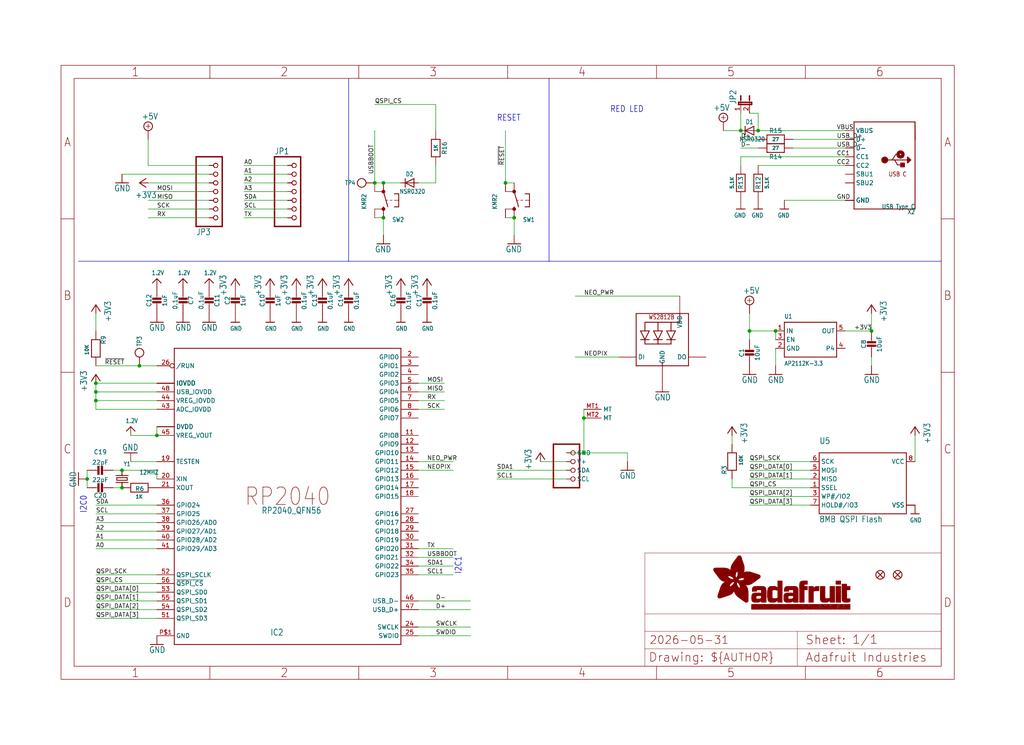
<source format=kicad_sch>
(kicad_sch (version 20230121) (generator eeschema)
  (paper "User" 298.45 217.322)
  (lib_symbols
    (symbol "Adafruit QT Py RP2040-eagle-import:+3V3" (power)
      (property "Value" "+3V3" (at -2.54 -5.08 90))
      (symbol "+3V3_1_0"
        (pin power_in line (at 0 -2.54 90) (length 2.54) (name "+3V3") (number "1"))
      )
    )
    (symbol "Adafruit QT Py RP2040-eagle-import:+5V" (power)
      (property "Value" "+5V" (at -1.905 3.175 0))
      (symbol "+5V_1_0"
        (pin power_in line (at 0 -2.54 90) (length 2.54) (name "+5V") (number "1"))
      )
    )
    (symbol "Adafruit QT Py RP2040-eagle-import:1.2V" (power)
      (property "Value" "1.2V" (at -1.524 1.016 0))
      (symbol "1.2V_1_0"
        (pin power_in line (at 0 -2.54 90) (length 2.54) (name "1.2V") (number "1"))
      )
    )
    (symbol "Adafruit QT Py RP2040-eagle-import:CAP_CERAMIC0603_NO"
      (property "Reference" "C" (at -2.29 1.25 90))
      (symbol "CAP_CERAMIC0603_NO_1_0"
        (pin passive line (at 0 5.08 270) (length 2.54) (name "1") (number "1"))
        (pin passive line (at 0 -2.54 90) (length 2.54) (name "2") (number "2"))
      )
    )
    (symbol "Adafruit QT Py RP2040-eagle-import:CAP_CERAMIC0805-NOOUTLINE"
      (property "Reference" "C" (at -2.29 1.25 90))
      (symbol "CAP_CERAMIC0805-NOOUTLINE_1_0"
        (pin passive line (at 0 5.08 270) (length 2.54) (name "1") (number "1"))
        (pin passive line (at 0 -2.54 90) (length 2.54) (name "2") (number "2"))
      )
    )
    (symbol "Adafruit QT Py RP2040-eagle-import:CAP_CERAMIC_0402NO"
      (property "Reference" "C" (at -2.29 1.25 90))
      (symbol "CAP_CERAMIC_0402NO_1_0"
        (pin passive line (at 0 5.08 270) (length 2.54) (name "1") (number "1"))
        (pin passive line (at 0 -2.54 90) (length 2.54) (name "2") (number "2"))
      )
    )
    (symbol "Adafruit QT Py RP2040-eagle-import:CRYSTAL2.5X2.0"
      (property "Reference" "Y" (at -2.54 2.54 0))
      (symbol "CRYSTAL2.5X2.0_1_0"
        (pin passive line (at -2.54 0 0) (length 0) (name "1") (number "1"))
        (pin passive line (at 2.54 0 180) (length 0) (name "2") (number "3"))
      )
    )
    (symbol "Adafruit QT Py RP2040-eagle-import:DIODE_SOD323MINI"
      (property "Reference" "D" (at 0 2.54 0))
      (symbol "DIODE_SOD323MINI_1_0"
        (pin passive line (at -2.54 0 0) (length 2.54) (name "A") (number "A"))
        (pin passive line (at 2.54 0 180) (length 2.54) (name "C") (number "C"))
      )
    )
    (symbol "Adafruit QT Py RP2040-eagle-import:FIDUCIAL_1MM")
    (symbol "Adafruit QT Py RP2040-eagle-import:FRAME_A4_ADAFRUIT"
      (symbol "FRAME_A4_ADAFRUIT_1_0"
        (text "${#}/${##}" (at 230.505 10.16 0) (effects (font (size 2.54 2.54)) (justify left bottom)))
        (text "${AUTHOR}" (at 189.23 5.08 0) (effects (font (size 2.286 2.286)) (justify left bottom)))
        (text "${CURRENT_DATE}" (at 171.45 10.16 0) (effects (font (size 2.286 2.286)) (justify left bottom)))
        (text "${PROJECTNAME}" (at 171.45 15.24 0) (effects (font (size 2.54 2.54)) (justify left bottom)))
        (text "1" (at 21.6958 1.905 0) (effects (font (size 2.54 2.286))))
        (text "1" (at 21.6958 177.165 0) (effects (font (size 2.54 2.286))))
        (text "2" (at 65.0875 1.905 0) (effects (font (size 2.54 2.286))))
        (text "2" (at 65.0875 177.165 0) (effects (font (size 2.54 2.286))))
        (text "3" (at 108.4792 1.905 0) (effects (font (size 2.54 2.286))))
        (text "3" (at 108.4792 177.165 0) (effects (font (size 2.54 2.286))))
        (text "4" (at 151.8708 1.905 0) (effects (font (size 2.54 2.286))))
        (text "4" (at 151.8708 177.165 0) (effects (font (size 2.54 2.286))))
        (text "5" (at 195.2625 1.905 0) (effects (font (size 2.54 2.286))))
        (text "5" (at 195.2625 177.165 0) (effects (font (size 2.54 2.286))))
        (text "6" (at 238.6542 1.905 0) (effects (font (size 2.54 2.286))))
        (text "6" (at 238.6542 177.165 0) (effects (font (size 2.54 2.286))))
        (text "A" (at 1.905 156.6863 0) (effects (font (size 2.54 2.286))))
        (text "A" (at 258.445 156.6863 0) (effects (font (size 2.54 2.286))))
        (text "Adafruit Industries" (at 216.916 4.953 0) (effects (font (size 2.54 2.54)) (justify left bottom)))
        (text "B" (at 1.905 111.9188 0) (effects (font (size 2.54 2.286))))
        (text "B" (at 258.445 111.9188 0) (effects (font (size 2.54 2.286))))
        (text "C" (at 1.905 67.1513 0) (effects (font (size 2.54 2.286))))
        (text "C" (at 258.445 67.1513 0) (effects (font (size 2.54 2.286))))
        (text "D" (at 1.905 22.3838 0) (effects (font (size 2.54 2.286))))
        (text "D" (at 258.445 22.3838 0) (effects (font (size 2.54 2.286))))
        (text "Drawing:" (at 171.196 4.953 0) (effects (font (size 2.54 2.54)) (justify left bottom)))
        (text "Sheet:" (at 216.916 10.033 0) (effects (font (size 2.54 2.54)) (justify left bottom)))
      )
    )
    (symbol "Adafruit QT Py RP2040-eagle-import:GND" (power)
      (property "Value" "GND" (at -2.54 -2.54 0))
      (symbol "GND_1_0"
        (pin power_in line (at 0 2.54 270) (length 2.54) (name "GND") (number "1"))
      )
    )
    (symbol "Adafruit QT Py RP2040-eagle-import:HEADER-1X7_CASTEL"
      (property "Reference" "JP" (at -6.35 10.795 0))
      (symbol "HEADER-1X7_CASTEL_1_0"
        (pin passive inverted (at -2.54 7.62 0) (length 2.54) (name "1") (number "1"))
        (pin passive inverted (at -2.54 7.62 0) (length 2.54) (name "1") (number "1C"))
        (pin passive inverted (at -2.54 5.08 0) (length 2.54) (name "2") (number "2"))
        (pin passive inverted (at -2.54 5.08 0) (length 2.54) (name "2") (number "2C"))
        (pin passive inverted (at -2.54 2.54 0) (length 2.54) (name "3") (number "3"))
        (pin passive inverted (at -2.54 2.54 0) (length 2.54) (name "3") (number "3C"))
        (pin passive inverted (at -2.54 0 0) (length 2.54) (name "4") (number "4"))
        (pin passive inverted (at -2.54 0 0) (length 2.54) (name "4") (number "4C"))
        (pin passive inverted (at -2.54 -2.54 0) (length 2.54) (name "5") (number "5"))
        (pin passive inverted (at -2.54 -2.54 0) (length 2.54) (name "5") (number "5C"))
        (pin passive inverted (at -2.54 -5.08 0) (length 2.54) (name "6") (number "6"))
        (pin passive inverted (at -2.54 -5.08 0) (length 2.54) (name "6") (number "6C"))
        (pin passive inverted (at -2.54 -7.62 0) (length 2.54) (name "7") (number "7"))
        (pin passive inverted (at -2.54 -7.62 0) (length 2.54) (name "7") (number "7C"))
      )
    )
    (symbol "Adafruit QT Py RP2040-eagle-import:JUMPER-2SMD-NO"
      (property "Reference" "JP" (at -1.27 0 90))
      (symbol "JUMPER-2SMD-NO_1_0"
        (pin passive line (at 0 -2.54 90) (length 2.54) (name "1") (number "1"))
        (pin passive line (at 2.54 -2.54 90) (length 2.54) (name "2") (number "2"))
      )
    )
    (symbol "Adafruit QT Py RP2040-eagle-import:RESISTOR_0402NO"
      (property "Reference" "R" (at 0 2.54 0))
      (symbol "RESISTOR_0402NO_1_0"
        (pin passive line (at -5.08 0 0) (length 2.54) (name "1") (number "1"))
        (pin passive line (at 5.08 0 180) (length 2.54) (name "2") (number "2"))
      )
    )
    (symbol "Adafruit QT Py RP2040-eagle-import:RP2040_QFN56"
      (property "Reference" "IC" (at -5.08 -40.64 0))
      (symbol "RP2040_QFN56_1_0"
        (text "RP2040" (at 0 0 0) (effects (font (size 5.08 4.318))))
        (pin power_in line (at -38.1 33.02 0) (length 5.08) (name "IOVDD") (number "1"))
        (pin power_in line (at -38.1 33.02 0) (length 5.08) (name "IOVDD") (number "10"))
        (pin bidirectional line (at 38.1 17.78 180) (length 5.08) (name "GPIO8") (number "11"))
        (pin bidirectional line (at 38.1 15.24 180) (length 5.08) (name "GPIO9") (number "12"))
        (pin bidirectional line (at 38.1 12.7 180) (length 5.08) (name "GPIO10") (number "13"))
        (pin bidirectional line (at 38.1 10.16 180) (length 5.08) (name "GPIO11") (number "14"))
        (pin bidirectional line (at 38.1 7.62 180) (length 5.08) (name "GPIO12") (number "15"))
        (pin bidirectional line (at 38.1 5.08 180) (length 5.08) (name "GPIO13") (number "16"))
        (pin bidirectional line (at 38.1 2.54 180) (length 5.08) (name "GPIO14") (number "17"))
        (pin bidirectional line (at 38.1 0 180) (length 5.08) (name "GPIO15") (number "18"))
        (pin input line (at -38.1 10.16 0) (length 5.08) (name "TESTEN") (number "19"))
        (pin bidirectional line (at 38.1 40.64 180) (length 5.08) (name "GPIO0") (number "2"))
        (pin input line (at -38.1 5.08 0) (length 5.08) (name "XIN") (number "20"))
        (pin output line (at -38.1 2.54 0) (length 5.08) (name "XOUT") (number "21"))
        (pin power_in line (at -38.1 33.02 0) (length 5.08) (name "IOVDD") (number "22"))
        (pin power_in line (at -38.1 20.32 0) (length 5.08) (name "DVDD") (number "23"))
        (pin bidirectional line (at 38.1 -38.1 180) (length 5.08) (name "SWCLK") (number "24"))
        (pin bidirectional line (at 38.1 -40.64 180) (length 5.08) (name "SWDIO") (number "25"))
        (pin bidirectional inverted (at -38.1 38.1 0) (length 5.08) (name "/RUN") (number "26"))
        (pin bidirectional line (at 38.1 -5.08 180) (length 5.08) (name "GPIO16") (number "27"))
        (pin bidirectional line (at 38.1 -7.62 180) (length 5.08) (name "GPIO17") (number "28"))
        (pin bidirectional line (at 38.1 -10.16 180) (length 5.08) (name "GPIO18") (number "29"))
        (pin bidirectional line (at 38.1 38.1 180) (length 5.08) (name "GPIO1") (number "3"))
        (pin bidirectional line (at 38.1 -12.7 180) (length 5.08) (name "GPIO19") (number "30"))
        (pin bidirectional line (at 38.1 -15.24 180) (length 5.08) (name "GPIO20") (number "31"))
        (pin bidirectional line (at 38.1 -17.78 180) (length 5.08) (name "GPIO21") (number "32"))
        (pin power_in line (at -38.1 33.02 0) (length 5.08) (name "IOVDD") (number "33"))
        (pin bidirectional line (at 38.1 -20.32 180) (length 5.08) (name "GPIO22") (number "34"))
        (pin bidirectional line (at 38.1 -22.86 180) (length 5.08) (name "GPIO23") (number "35"))
        (pin bidirectional line (at -38.1 -2.54 0) (length 5.08) (name "GPIO24") (number "36"))
        (pin bidirectional line (at -38.1 -5.08 0) (length 5.08) (name "GPIO25") (number "37"))
        (pin bidirectional line (at -38.1 -7.62 0) (length 5.08) (name "GPIO26/AD0") (number "38"))
        (pin bidirectional line (at -38.1 -10.16 0) (length 5.08) (name "GPIO27/AD1") (number "39"))
        (pin bidirectional line (at 38.1 35.56 180) (length 5.08) (name "GPIO2") (number "4"))
        (pin bidirectional line (at -38.1 -12.7 0) (length 5.08) (name "GPIO28/AD2") (number "40"))
        (pin bidirectional line (at -38.1 -15.24 0) (length 5.08) (name "GPIO29/AD3") (number "41"))
        (pin power_in line (at -38.1 33.02 0) (length 5.08) (name "IOVDD") (number "42"))
        (pin power_in line (at -38.1 25.4 0) (length 5.08) (name "ADC_IOVDD") (number "43"))
        (pin power_in line (at -38.1 27.94 0) (length 5.08) (name "VREG_IOVDD") (number "44"))
        (pin power_in line (at -38.1 17.78 0) (length 5.08) (name "VREG_VOUT") (number "45"))
        (pin bidirectional line (at 38.1 -30.48 180) (length 5.08) (name "USB_D-") (number "46"))
        (pin bidirectional line (at 38.1 -33.02 180) (length 5.08) (name "USB_D+") (number "47"))
        (pin power_in line (at -38.1 30.48 0) (length 5.08) (name "USB_IOVDD") (number "48"))
        (pin power_in line (at -38.1 33.02 0) (length 5.08) (name "IOVDD") (number "49"))
        (pin bidirectional line (at 38.1 33.02 180) (length 5.08) (name "GPIO3") (number "5"))
        (pin power_in line (at -38.1 20.32 0) (length 5.08) (name "DVDD") (number "50"))
        (pin bidirectional line (at -38.1 -35.56 0) (length 5.08) (name "QSPI_SD3") (number "51"))
        (pin bidirectional line (at -38.1 -22.86 0) (length 5.08) (name "QSPI_SCLK") (number "52"))
        (pin bidirectional line (at -38.1 -27.94 0) (length 5.08) (name "QSPI_SD0") (number "53"))
        (pin bidirectional line (at -38.1 -33.02 0) (length 5.08) (name "QSPI_SD2") (number "54"))
        (pin bidirectional line (at -38.1 -30.48 0) (length 5.08) (name "QSPI_SD1") (number "55"))
        (pin bidirectional line (at -38.1 -25.4 0) (length 5.08) (name "~{QSPI_CS}") (number "56"))
        (pin bidirectional line (at 38.1 30.48 180) (length 5.08) (name "GPIO4") (number "6"))
        (pin bidirectional line (at 38.1 27.94 180) (length 5.08) (name "GPIO5") (number "7"))
        (pin bidirectional line (at 38.1 25.4 180) (length 5.08) (name "GPIO6") (number "8"))
        (pin bidirectional line (at 38.1 22.86 180) (length 5.08) (name "GPIO7") (number "9"))
        (pin power_in line (at -38.1 -40.64 0) (length 5.08) (name "GND") (number "P$1"))
      )
    )
    (symbol "Adafruit QT Py RP2040-eagle-import:SPIFLASH_8PIN_4X4"
      (property "Reference" "U" (at -12.7 12.7 0))
      (symbol "SPIFLASH_8PIN_4X4_1_0"
        (pin bidirectional line (at -15.24 0 0) (length 2.54) (name "SSEL") (number "1"))
        (pin bidirectional line (at -15.24 2.54 0) (length 2.54) (name "MISO") (number "2"))
        (pin bidirectional line (at -15.24 -2.54 0) (length 2.54) (name "WP#/IO2") (number "3"))
        (pin bidirectional line (at 15.24 -5.08 180) (length 2.54) (name "VSS") (number "4"))
        (pin bidirectional line (at -15.24 5.08 0) (length 2.54) (name "MOSI") (number "5"))
        (pin bidirectional line (at -15.24 7.62 0) (length 2.54) (name "SCK") (number "6"))
        (pin bidirectional line (at -15.24 -5.08 0) (length 2.54) (name "HOLD#/IO3") (number "7"))
        (pin bidirectional line (at 15.24 7.62 180) (length 2.54) (name "VCC") (number "8"))
        (pin bidirectional line (at 15.24 -5.08 180) (length 2.54) (name "VSS") (number "PAD"))
      )
    )
    (symbol "Adafruit QT Py RP2040-eagle-import:STEMMA_I2C_QTSKINNY"
      (symbol "STEMMA_I2C_QTSKINNY_1_0"
        (pin passive inverted (at 0 5.08 0) (length 2.54) (name "GND") (number "1"))
        (pin passive inverted (at 0 2.54 0) (length 2.54) (name "V+") (number "2"))
        (pin passive inverted (at 0 0 0) (length 2.54) (name "SDA") (number "3"))
        (pin passive inverted (at 0 -2.54 0) (length 2.54) (name "SCL") (number "4"))
      )
      (symbol "STEMMA_I2C_QTSKINNY_2_0"
        (pin bidirectional line (at 0 0 0) (length 5.08) (name "MT") (number "MT1"))
      )
      (symbol "STEMMA_I2C_QTSKINNY_3_0"
        (pin bidirectional line (at 0 0 0) (length 5.08) (name "MT") (number "MT2"))
      )
    )
    (symbol "Adafruit QT Py RP2040-eagle-import:SWITCH_TACT_SMT4.6X2.8"
      (property "Reference" "SW" (at -2.54 6.35 0))
      (symbol "SWITCH_TACT_SMT4.6X2.8_1_0"
        (pin passive line (at -5.08 0 0) (length 2.54) (name "P") (number "A"))
        (pin passive line (at -5.08 -2.54 0) (length 2.54) (name "P1") (number "A'"))
        (pin passive line (at 5.08 0 180) (length 2.54) (name "S") (number "B"))
        (pin passive line (at 5.08 -2.54 180) (length 2.54) (name "S1") (number "B'"))
      )
    )
    (symbol "Adafruit QT Py RP2040-eagle-import:TESTPOINTROUND1.5MMNO"
      (property "Reference" "TP" (at 0 5.588 90))
      (symbol "TESTPOINTROUND1.5MMNO_1_0"
        (pin bidirectional line (at 0 0 90) (length 2.54) (name "P$1") (number "P$1"))
      )
    )
    (symbol "Adafruit QT Py RP2040-eagle-import:USB_C"
      (property "Reference" "X" (at -10.16 13.716 0))
      (symbol "USB_C_1_0"
        (text "USB C" (at -5.08 -2.54 0) (effects (font (size 1.27 1.0795))))
        (pin power_in line (at 10.16 -10.16 180) (length 2.54) (name "GND") (number "A1B12"))
        (pin power_in line (at 10.16 10.16 180) (length 2.54) (name "VBUS") (number "A4B9"))
        (pin bidirectional line (at 10.16 2.54 180) (length 2.54) (name "CC1") (number "A5"))
        (pin bidirectional line (at 10.16 7.62 180) (length 2.54) (name "D+") (number "A6"))
        (pin bidirectional line (at 10.16 5.08 180) (length 2.54) (name "D-") (number "A7"))
        (pin bidirectional line (at 10.16 -2.54 180) (length 2.54) (name "SBU1") (number "A8"))
        (pin power_in line (at 10.16 -10.16 180) (length 2.54) (name "GND") (number "B1A12"))
        (pin power_in line (at 10.16 10.16 180) (length 2.54) (name "VBUS") (number "B4A9"))
        (pin bidirectional line (at 10.16 0 180) (length 2.54) (name "CC2") (number "B5"))
        (pin bidirectional line (at 10.16 7.62 180) (length 2.54) (name "D+") (number "B6"))
        (pin bidirectional line (at 10.16 5.08 180) (length 2.54) (name "D-") (number "B7"))
        (pin bidirectional line (at 10.16 -5.08 180) (length 2.54) (name "SBU2") (number "B8"))
      )
    )
    (symbol "Adafruit QT Py RP2040-eagle-import:VREG_SOT23-5"
      (property "Reference" "U" (at -7.62 6.096 0))
      (symbol "VREG_SOT23-5_1_0"
        (pin power_in line (at -10.16 2.54 0) (length 2.54) (name "IN") (number "1"))
        (pin power_in line (at -10.16 -2.54 0) (length 2.54) (name "GND") (number "2"))
        (pin input line (at -10.16 0 0) (length 2.54) (name "EN") (number "3"))
        (pin bidirectional line (at 10.16 -2.54 180) (length 2.54) (name "P4") (number "4"))
        (pin power_in line (at 10.16 2.54 180) (length 2.54) (name "OUT") (number "5"))
      )
    )
    (symbol "Adafruit QT Py RP2040-eagle-import:WS2812B_SK6805_1515"
      (symbol "WS2812B_SK6805_1515_1_0"
        (text "WS2812B" (at -4.064 8.382 0) (effects (font (size 1.27 1.0795)) (justify left bottom)))
        (pin input line (at -12.7 -2.54 0) (length 5.08) (name "DI") (number "1"))
        (pin power_in line (at 5.08 15.24 270) (length 5.08) (name "VDD") (number "2"))
        (pin output line (at 12.7 -2.54 180) (length 5.08) (name "DO") (number "3"))
        (pin power_in line (at 0 -10.16 90) (length 5.08) (name "GND") (number "4"))
      )
    )
    (symbol "Adafruit QT Py RP2040-eagle-import:microbuilder_GND" (power)
      (property "Value" "microbuilder_GND" (at -1.524 -2.54 0))
      (symbol "microbuilder_GND_1_0"
        (pin power_in line (at 0 2.54 270) (length 2.54) (name "GND") (number "1"))
      )
    )
  )
  (junction (at 147.32 53.34))
  (junction (at 111.76 53.34))
  (junction (at 170.18 121.92))
  (junction (at 218.44 96.52))
  (junction (at 215.9 38.1))
  (junction (at 45.72 127))
  (junction (at 111.76 63.5))
  (junction (at 27.94 111.76))
  (junction (at 40.64 106.68))
  (junction (at 149.86 63.5))
  (junction (at 27.94 114.3))
  (junction (at 109.22 53.34))
  (junction (at 35.56 137.16))
  (junction (at 27.94 116.84))
  (junction (at 226.06 96.52))
  (junction (at 25.4 139.7))
  (junction (at 170.18 132.08))
  (junction (at 220.98 38.1))
  (junction (at 254 96.52))
  (junction (at 35.56 142.24))
  (wire (pts (xy 147.32 63.5) (xy 149.86 63.5)) (stroke (width 0.1524)))
  (wire (pts (xy 236.22 144.78) (xy 218.44 144.78)) (stroke (width 0.1524)))
  (wire (pts (xy 220.98 40.64) (xy 215.9 40.64)) (stroke (width 0.1524)))
  (wire (pts (xy 27.94 180.34) (xy 45.72 180.34)) (stroke (width 0.1524)))
  (wire (pts (xy 83.82 60.96) (xy 71.12 60.96)) (stroke (width 0.1524)))
  (wire (pts (xy 226.06 101.6) (xy 226.06 106.68)) (stroke (width 0.1524)))
  (wire (pts (xy 45.72 116.84) (xy 27.94 116.84)) (stroke (width 0.1524)))
  (wire (pts (xy 25.4 142.24) (xy 25.4 139.7)) (stroke (width 0.1524)))
  (wire (pts (xy 40.64 106.68) (xy 27.94 106.68)) (stroke (width 0.1524)))
  (wire (pts (xy 170.18 132.08) (xy 182.88 132.08)) (stroke (width 0.1524)))
  (wire (pts (xy 121.92 134.62) (xy 132.08 134.62)) (stroke (width 0.1524)))
  (wire (pts (xy 27.94 119.38) (xy 27.94 116.84)) (stroke (width 0.1524)))
  (wire (pts (xy 45.72 111.76) (xy 27.94 111.76)) (stroke (width 0.1524)))
  (polyline (pts (xy 160.02 76.2) (xy 160.02 22.86)) (stroke (width 0.1524) (type solid)))
  (wire (pts (xy 198.12 86.36) (xy 167.64 86.36)) (stroke (width 0.1524)))
  (wire (pts (xy 132.08 167.64) (xy 121.92 167.64)) (stroke (width 0.1524)))
  (wire (pts (xy 218.44 91.44) (xy 218.44 96.52)) (stroke (width 0.1524)))
  (wire (pts (xy 111.76 53.34) (xy 109.22 53.34)) (stroke (width 0.1524)))
  (wire (pts (xy 246.38 48.26) (xy 220.98 48.26)) (stroke (width 0.1524)))
  (wire (pts (xy 27.94 149.86) (xy 45.72 149.86)) (stroke (width 0.1524)))
  (wire (pts (xy 60.96 58.42) (xy 43.18 58.42)) (stroke (width 0.1524)))
  (wire (pts (xy 60.96 55.88) (xy 43.18 55.88)) (stroke (width 0.1524)))
  (wire (pts (xy 254 91.44) (xy 254 96.52)) (stroke (width 0.1524)))
  (wire (pts (xy 27.94 116.84) (xy 27.94 114.3)) (stroke (width 0.1524)))
  (wire (pts (xy 35.56 137.16) (xy 45.72 137.16)) (stroke (width 0.1524)))
  (wire (pts (xy 236.22 139.7) (xy 218.44 139.7)) (stroke (width 0.1524)))
  (wire (pts (xy 27.94 114.3) (xy 27.94 111.76)) (stroke (width 0.1524)))
  (wire (pts (xy 45.72 119.38) (xy 27.94 119.38)) (stroke (width 0.1524)))
  (wire (pts (xy 220.98 38.1) (xy 246.38 38.1)) (stroke (width 0.1524)))
  (wire (pts (xy 215.9 38.1) (xy 215.9 33.02)) (stroke (width 0.1524)))
  (wire (pts (xy 121.92 53.34) (xy 127 53.34)) (stroke (width 0.1524)))
  (wire (pts (xy 121.92 160.02) (xy 132.08 160.02)) (stroke (width 0.1524)))
  (wire (pts (xy 83.82 63.5) (xy 71.12 63.5)) (stroke (width 0.1524)))
  (wire (pts (xy 246.38 96.52) (xy 254 96.52)) (stroke (width 0.1524)))
  (wire (pts (xy 45.72 152.4) (xy 27.94 152.4)) (stroke (width 0.1524)))
  (wire (pts (xy 27.94 91.44) (xy 27.94 96.52)) (stroke (width 0.1524)))
  (wire (pts (xy 111.76 63.5) (xy 111.76 68.58)) (stroke (width 0.1524)))
  (wire (pts (xy 121.92 111.76) (xy 129.54 111.76)) (stroke (width 0.1524)))
  (wire (pts (xy 60.96 53.34) (xy 43.18 53.34)) (stroke (width 0.1524)))
  (wire (pts (xy 27.94 177.8) (xy 45.72 177.8)) (stroke (width 0.1524)))
  (wire (pts (xy 231.14 43.18) (xy 246.38 43.18)) (stroke (width 0.1524)))
  (wire (pts (xy 60.96 63.5) (xy 43.18 63.5)) (stroke (width 0.1524)))
  (wire (pts (xy 71.12 48.26) (xy 83.82 48.26)) (stroke (width 0.1524)))
  (polyline (pts (xy 274.32 76.2) (xy 160.02 76.2)) (stroke (width 0.1524) (type solid)))
  (wire (pts (xy 215.9 45.72) (xy 215.9 48.26)) (stroke (width 0.1524)))
  (wire (pts (xy 170.18 119.38) (xy 170.18 121.92)) (stroke (width 0.1524)))
  (wire (pts (xy 246.38 45.72) (xy 215.9 45.72)) (stroke (width 0.1524)))
  (wire (pts (xy 45.72 134.62) (xy 38.1 134.62)) (stroke (width 0.1524)))
  (wire (pts (xy 213.36 127) (xy 213.36 129.54)) (stroke (width 0.1524)))
  (wire (pts (xy 27.94 172.72) (xy 45.72 172.72)) (stroke (width 0.1524)))
  (wire (pts (xy 165.1 137.16) (xy 144.78 137.16)) (stroke (width 0.1524)))
  (wire (pts (xy 109.22 63.5) (xy 111.76 63.5)) (stroke (width 0.1524)))
  (wire (pts (xy 60.96 48.26) (xy 43.18 48.26)) (stroke (width 0.1524)))
  (wire (pts (xy 45.72 170.18) (xy 27.94 170.18)) (stroke (width 0.1524)))
  (wire (pts (xy 109.22 53.34) (xy 109.22 38.1)) (stroke (width 0.1524)))
  (wire (pts (xy 180.34 104.14) (xy 167.64 104.14)) (stroke (width 0.1524)))
  (wire (pts (xy 121.92 185.42) (xy 137.16 185.42)) (stroke (width 0.1524)))
  (wire (pts (xy 165.1 132.08) (xy 170.18 132.08)) (stroke (width 0.1524)))
  (polyline (pts (xy 101.6 76.2) (xy 101.6 22.86)) (stroke (width 0.1524) (type solid)))
  (wire (pts (xy 71.12 58.42) (xy 83.82 58.42)) (stroke (width 0.1524)))
  (wire (pts (xy 228.6 58.42) (xy 246.38 58.42)) (stroke (width 0.1524)))
  (wire (pts (xy 60.96 60.96) (xy 43.18 60.96)) (stroke (width 0.1524)))
  (wire (pts (xy 35.56 137.16) (xy 33.02 137.16)) (stroke (width 0.1524)))
  (wire (pts (xy 165.1 134.62) (xy 157.48 134.62)) (stroke (width 0.1524)))
  (wire (pts (xy 60.96 50.8) (xy 35.56 50.8)) (stroke (width 0.1524)))
  (wire (pts (xy 45.72 167.64) (xy 27.94 167.64)) (stroke (width 0.1524)))
  (wire (pts (xy 165.1 139.7) (xy 144.78 139.7)) (stroke (width 0.1524)))
  (wire (pts (xy 38.1 127) (xy 45.72 127)) (stroke (width 0.1524)))
  (wire (pts (xy 121.92 162.56) (xy 132.08 162.56)) (stroke (width 0.1524)))
  (wire (pts (xy 121.92 119.38) (xy 129.54 119.38)) (stroke (width 0.1524)))
  (wire (pts (xy 137.16 182.88) (xy 121.92 182.88)) (stroke (width 0.1524)))
  (wire (pts (xy 121.92 116.84) (xy 129.54 116.84)) (stroke (width 0.1524)))
  (wire (pts (xy 218.44 33.02) (xy 220.98 33.02)) (stroke (width 0.1524)))
  (wire (pts (xy 226.06 99.06) (xy 226.06 96.52)) (stroke (width 0.1524)))
  (wire (pts (xy 25.4 139.7) (xy 25.4 137.16)) (stroke (width 0.1524)))
  (wire (pts (xy 45.72 124.46) (xy 45.72 127)) (stroke (width 0.1524)))
  (polyline (pts (xy 22.86 76.2) (xy 101.6 76.2)) (stroke (width 0.1524) (type solid)))
  (wire (pts (xy 27.94 160.02) (xy 45.72 160.02)) (stroke (width 0.1524)))
  (wire (pts (xy 83.82 50.8) (xy 71.12 50.8)) (stroke (width 0.1524)))
  (wire (pts (xy 45.72 114.3) (xy 27.94 114.3)) (stroke (width 0.1524)))
  (wire (pts (xy 213.36 139.7) (xy 213.36 142.24)) (stroke (width 0.1524)))
  (wire (pts (xy 127 53.34) (xy 127 48.26)) (stroke (width 0.1524)))
  (wire (pts (xy 121.92 175.26) (xy 137.16 175.26)) (stroke (width 0.1524)))
  (wire (pts (xy 121.92 114.3) (xy 129.54 114.3)) (stroke (width 0.1524)))
  (wire (pts (xy 45.72 106.68) (xy 40.64 106.68)) (stroke (width 0.1524)))
  (wire (pts (xy 182.88 132.08) (xy 182.88 134.62)) (stroke (width 0.1524)))
  (wire (pts (xy 215.9 38.1) (xy 210.82 38.1)) (stroke (width 0.1524)))
  (wire (pts (xy 127 38.1) (xy 127 30.48)) (stroke (width 0.1524)))
  (wire (pts (xy 121.92 165.1) (xy 132.08 165.1)) (stroke (width 0.1524)))
  (wire (pts (xy 71.12 53.34) (xy 83.82 53.34)) (stroke (width 0.1524)))
  (wire (pts (xy 218.44 147.32) (xy 236.22 147.32)) (stroke (width 0.1524)))
  (wire (pts (xy 45.72 147.32) (xy 27.94 147.32)) (stroke (width 0.1524)))
  (wire (pts (xy 147.32 53.34) (xy 147.32 38.1)) (stroke (width 0.1524)))
  (wire (pts (xy 218.44 137.16) (xy 236.22 137.16)) (stroke (width 0.1524)))
  (wire (pts (xy 215.9 43.18) (xy 220.98 43.18)) (stroke (width 0.1524)))
  (wire (pts (xy 111.76 53.34) (xy 116.84 53.34)) (stroke (width 0.1524)))
  (wire (pts (xy 127 30.48) (xy 109.22 30.48)) (stroke (width 0.1524)))
  (wire (pts (xy 236.22 134.62) (xy 218.44 134.62)) (stroke (width 0.1524)))
  (wire (pts (xy 27.94 175.26) (xy 45.72 175.26)) (stroke (width 0.1524)))
  (wire (pts (xy 121.92 177.8) (xy 137.16 177.8)) (stroke (width 0.1524)))
  (wire (pts (xy 213.36 142.24) (xy 236.22 142.24)) (stroke (width 0.1524)))
  (wire (pts (xy 149.86 53.34) (xy 147.32 53.34)) (stroke (width 0.1524)))
  (wire (pts (xy 149.86 63.5) (xy 149.86 68.58)) (stroke (width 0.1524)))
  (wire (pts (xy 45.72 157.48) (xy 27.94 157.48)) (stroke (width 0.1524)))
  (wire (pts (xy 170.18 121.92) (xy 170.18 132.08)) (stroke (width 0.1524)))
  (wire (pts (xy 27.94 154.94) (xy 45.72 154.94)) (stroke (width 0.1524)))
  (wire (pts (xy 43.18 48.26) (xy 43.18 40.64)) (stroke (width 0.1524)))
  (wire (pts (xy 33.02 142.24) (xy 35.56 142.24)) (stroke (width 0.1524)))
  (wire (pts (xy 83.82 55.88) (xy 71.12 55.88)) (stroke (width 0.1524)))
  (wire (pts (xy 266.7 127) (xy 266.7 134.62)) (stroke (width 0.1524)))
  (wire (pts (xy 246.38 40.64) (xy 231.14 40.64)) (stroke (width 0.1524)))
  (wire (pts (xy 121.92 137.16) (xy 132.08 137.16)) (stroke (width 0.1524)))
  (wire (pts (xy 218.44 99.06) (xy 218.44 96.52)) (stroke (width 0.1524)))
  (wire (pts (xy 218.44 96.52) (xy 226.06 96.52)) (stroke (width 0.1524)))
  (wire (pts (xy 220.98 33.02) (xy 220.98 38.1)) (stroke (width 0.1524)))
  (polyline (pts (xy 160.02 76.2) (xy 101.6 76.2)) (stroke (width 0.1524) (type solid)))
  (wire (pts (xy 254 106.68) (xy 254 104.14)) (stroke (width 0.1524)))
  (wire (pts (xy 45.72 137.16) (xy 45.72 139.7)) (stroke (width 0.1524)))
  (text "I2C0" (at 25.4 149.86 90) (effects (font (size 1.778 1.5113)) (justify left bottom)))
  (text "RESET" (at 144.78 35.56 0) (effects (font (size 1.778 1.5113)) (justify left bottom)))
  (text "RED LED" (at 177.8 33.02 0) (effects (font (size 1.778 1.5113)) (justify left bottom)))
  (text "I2C1" (at 134.62 167.64 90) (effects (font (size 1.778 1.5113)) (justify left bottom)))
  (label "QSPI_DATA[2]" (at 27.94 177.8 0) (effects (font (size 1.2446 1.2446))))
  (label "QSPI_DATA[1]" (at 27.94 175.26 0) (effects (font (size 1.2446 1.2446))))
  (label "SCL1" (at 124.46 167.64 0) (effects (font (size 1.2446 1.2446))))
  (label "SCK" (at 45.72 60.96 0) (effects (font (size 1.2446 1.2446))))
  (label "QSPI_SCK" (at 218.44 134.62 0) (effects (font (size 1.2446 1.2446))))
  (label "QSPI_DATA[3]" (at 218.44 147.32 0) (effects (font (size 1.2446 1.2446))))
  (label "TX" (at 71.12 63.5 0) (effects (font (size 1.2446 1.2446))))
  (label "MISO" (at 124.46 114.3 0) (effects (font (size 1.2446 1.2446))))
  (label "A1" (at 71.12 50.8 0) (effects (font (size 1.2446 1.2446))))
  (label "D+" (at 127 177.8 0) (effects (font (size 1.2446 1.2446))))
  (label "SCK" (at 124.46 119.38 0) (effects (font (size 1.2446 1.2446))))
  (label "SDA" (at 71.12 58.42 0) (effects (font (size 1.2446 1.2446))))
  (label "NEO_PWR" (at 170.18 86.36 0) (effects (font (size 1.2446 1.2446))))
  (label "SWCLK" (at 127 182.88 0) (effects (font (size 1.2446 1.2446))))
  (label "MISO" (at 45.72 58.42 0) (effects (font (size 1.2446 1.2446))))
  (label "A2" (at 27.94 154.94 0) (effects (font (size 1.2446 1.2446))))
  (label "A3" (at 27.94 152.4 0) (effects (font (size 1.2446 1.2446))))
  (label "SDA1" (at 144.78 137.16 0) (effects (font (size 1.2446 1.2446))))
  (label "RX" (at 45.72 63.5 0) (effects (font (size 1.2446 1.2446))))
  (label "QSPI_DATA[0]" (at 27.94 172.72 0) (effects (font (size 1.2446 1.2446))))
  (label "SCL" (at 71.12 60.96 0) (effects (font (size 1.2446 1.2446))))
  (label "D+" (at 215.9 40.64 0) (effects (font (size 1.2446 1.2446))))
  (label "QSPI_SCK" (at 27.94 167.64 0) (effects (font (size 1.2446 1.2446))))
  (label "A2" (at 71.12 53.34 0) (effects (font (size 1.2446 1.2446))))
  (label "QSPI_CS" (at 218.44 142.24 0) (effects (font (size 1.2446 1.2446))))
  (label "SWDIO" (at 127 185.42 0) (effects (font (size 1.2446 1.2446))))
  (label "QSPI_DATA[3]" (at 27.94 180.34 0) (effects (font (size 1.2446 1.2446))))
  (label "MOSI" (at 124.46 111.76 0) (effects (font (size 1.2446 1.2446))))
  (label "USBBOOT" (at 124.46 162.56 0) (effects (font (size 1.2446 1.2446))))
  (label "SDA1" (at 124.46 165.1 0) (effects (font (size 1.2446 1.2446))))
  (label "A1" (at 27.94 157.48 0) (effects (font (size 1.2446 1.2446))))
  (label "NEOPIX" (at 170.18 104.14 0) (effects (font (size 1.2446 1.2446))))
  (label "USB_D+" (at 243.84 40.64 0) (effects (font (size 1.2446 1.2446))))
  (label "SCL1" (at 144.78 139.7 0) (effects (font (size 1.2446 1.2446))))
  (label "QSPI_CS" (at 27.94 170.18 0) (effects (font (size 1.2446 1.2446))))
  (label "~{RESET}" (at 30.48 106.68 0) (effects (font (size 1.2446 1.2446))))
  (label "CC1" (at 243.84 45.72 0) (effects (font (size 1.2446 1.2446))))
  (label "~{RESET}" (at 147.32 48.26 90) (effects (font (size 1.2446 1.2446))))
  (label "VBUS" (at 243.84 38.1 0) (effects (font (size 1.2446 1.2446))))
  (label "D-" (at 127 175.26 0) (effects (font (size 1.2446 1.2446))))
  (label "A0" (at 27.94 160.02 0) (effects (font (size 1.2446 1.2446))))
  (label "SCL" (at 27.94 149.86 0) (effects (font (size 1.2446 1.2446))))
  (label "A0" (at 71.12 48.26 0) (effects (font (size 1.2446 1.2446))))
  (label "NEOPIX" (at 124.46 137.16 0) (effects (font (size 1.2446 1.2446))))
  (label "+3V3" (at 248.92 96.52 0) (effects (font (size 1.2446 1.2446))))
  (label "MOSI" (at 45.72 55.88 0) (effects (font (size 1.2446 1.2446))))
  (label "USB_D-" (at 243.84 43.18 0) (effects (font (size 1.2446 1.2446))))
  (label "SDA" (at 27.94 147.32 0) (effects (font (size 1.2446 1.2446))))
  (label "NEO_PWR" (at 124.46 134.62 0) (effects (font (size 1.2446 1.2446))))
  (label "CC2" (at 243.84 48.26 0) (effects (font (size 1.2446 1.2446))))
  (label "RX" (at 124.46 116.84 0) (effects (font (size 1.2446 1.2446))))
  (label "D-" (at 215.9 43.18 0) (effects (font (size 1.2446 1.2446))))
  (label "QSPI_CS" (at 109.22 30.48 0) (effects (font (size 1.2446 1.2446))))
  (label "GND" (at 243.84 58.42 0) (effects (font (size 1.2446 1.2446))))
  (label "QSPI_DATA[2]" (at 218.44 144.78 0) (effects (font (size 1.2446 1.2446))))
  (label "TX" (at 124.46 160.02 0) (effects (font (size 1.2446 1.2446))))
  (label "QSPI_DATA[0]" (at 218.44 137.16 0) (effects (font (size 1.2446 1.2446))))
  (label "QSPI_DATA[1]" (at 218.44 139.7 0) (effects (font (size 1.2446 1.2446))))
  (label "USBBOOT" (at 109.22 50.8 90) (effects (font (size 1.2446 1.2446))))
  (label "A3" (at 71.12 55.88 0) (effects (font (size 1.2446 1.2446))))
  (symbol (lib_id "Adafruit QT Py RP2040-eagle-import:+3V3") (at 27.94 88.9 0) (mirror y) (unit 1)
    (property "Reference" "#+3V3" (effects hide))
    (property "Value" "+3V3" (at 30.48 93.98 90) (effects (font (size 1.778 1.5113)) (justify left bottom)))
  )
  (symbol (lib_id "Adafruit QT Py RP2040-eagle-import:+3V3") (at 116.84 81.28 0) (unit 1)
    (property "Reference" "#+3V15" (effects hide))
    (property "Value" "+3V3" (at 114.3 86.36 90) (effects (font (size 1.778 1.5113)) (justify left bottom)))
  )
  (symbol (lib_id "Adafruit QT Py RP2040-eagle-import:CAP_CERAMIC0603_NO") (at 45.72 88.9 0) (unit 1)
    (property "Reference" "C12" (at 43.43 87.65 90))
    (property "Value" "1uF" (at 48.02 87.65 90))
    (property "Footprint" "Adafruit QT Py RP2040:0603-NO" (effects hide))
  )
  (symbol (lib_id "Adafruit QT Py RP2040-eagle-import:microbuilder_GND") (at 68.58 93.98 0) (unit 1)
    (property "Reference" "#U$3" (effects hide))
    (property "Value" "GND" (at 67.056 96.52 0) (effects (font (size 1.27 1.0795)) (justify left bottom)))
  )
  (symbol (lib_id "Adafruit QT Py RP2040-eagle-import:microbuilder_GND") (at 78.74 93.98 0) (unit 1)
    (property "Reference" "#U$47" (effects hide))
    (property "Value" "GND" (at 77.216 96.52 0) (effects (font (size 1.27 1.0795)) (justify left bottom)))
  )
  (symbol (lib_id "Adafruit QT Py RP2040-eagle-import:DIODE_SOD323MINI") (at 218.44 38.1 0) (mirror y) (unit 1)
    (property "Reference" "D1" (at 218.44 35.56 0) (effects (font (size 1.27 1.0795))))
    (property "Value" "  NSR0320" (at 218.44 40.6 0) (effects (font (size 1.27 1.0795))))
    (property "Footprint" "Adafruit QT Py RP2040:SOD-323_MINI" (effects hide))
  )
  (symbol (lib_id "Adafruit QT Py RP2040-eagle-import:CAP_CERAMIC0603_NO") (at 78.74 88.9 0) (unit 1)
    (property "Reference" "C10" (at 76.45 87.65 90))
    (property "Value" "1uF" (at 81.04 87.65 90))
    (property "Footprint" "Adafruit QT Py RP2040:0603-NO" (effects hide))
  )
  (symbol (lib_id "Adafruit QT Py RP2040-eagle-import:USB_C") (at 256.54 48.26 0) (mirror y) (unit 1)
    (property "Reference" "X2" (at 266.7 62.484 0) (effects (font (size 1.27 1.0795)) (justify left bottom)))
    (property "Value" "USB Type C" (at 266.7 60.96 0) (effects (font (size 1.27 1.0795)) (justify left bottom)))
    (property "Footprint" "Adafruit QT Py RP2040:USB_C_CUSB31-CFM2AX-01-X" (effects hide))
  )
  (symbol (lib_id "Adafruit QT Py RP2040-eagle-import:+3V3") (at 40.64 53.34 90) (unit 1)
    (property "Reference" "#+3V2" (effects hide))
    (property "Value" "+3V3" (at 45.72 55.88 90) (effects (font (size 1.778 1.5113)) (justify left bottom)))
  )
  (symbol (lib_id "Adafruit QT Py RP2040-eagle-import:CAP_CERAMIC0805-NOOUTLINE") (at 254 101.6 0) (unit 1)
    (property "Reference" "C8" (at 251.71 100.35 90))
    (property "Value" "10uF" (at 256.3 100.35 90))
    (property "Footprint" "Adafruit QT Py RP2040:0805-NO" (effects hide))
  )
  (symbol (lib_id "Adafruit QT Py RP2040-eagle-import:microbuilder_GND") (at 86.36 93.98 0) (unit 1)
    (property "Reference" "#U$48" (effects hide))
    (property "Value" "GND" (at 84.836 96.52 0) (effects (font (size 1.27 1.0795)) (justify left bottom)))
  )
  (symbol (lib_id "Adafruit QT Py RP2040-eagle-import:1.2V") (at 60.96 81.28 0) (unit 1)
    (property "Reference" "#U$45" (effects hide))
    (property "Value" "1.2V" (at 59.436 80.264 0) (effects (font (size 1.27 1.0795)) (justify left bottom)))
  )
  (symbol (lib_id "Adafruit QT Py RP2040-eagle-import:GND") (at 38.1 132.08 0) (mirror x) (unit 1)
    (property "Reference" "#GND13" (effects hide))
    (property "Value" "GND" (at 35.56 129.54 0) (effects (font (size 1.778 1.5113)) (justify left bottom)))
  )
  (symbol (lib_id "Adafruit QT Py RP2040-eagle-import:RESISTOR_0402NO") (at 27.94 101.6 270) (unit 1)
    (property "Reference" "R9" (at 29.4386 97.79 0) (effects (justify left bottom)))
    (property "Value" "10K" (at 24.638 100.33 0) (effects (font (size 1.016 1.016) bold) (justify left bottom)))
    (property "Footprint" "Adafruit QT Py RP2040:_0402NO" (effects hide))
  )
  (symbol (lib_id "Adafruit QT Py RP2040-eagle-import:GND") (at 226.06 109.22 0) (mirror y) (unit 1)
    (property "Reference" "#GND1" (effects hide))
    (property "Value" "GND" (at 228.6 111.76 0) (effects (font (size 1.778 1.5113)) (justify left bottom)))
  )
  (symbol (lib_id "Adafruit QT Py RP2040-eagle-import:GND") (at 35.56 53.34 0) (mirror y) (unit 1)
    (property "Reference" "#GND2" (effects hide))
    (property "Value" "GND" (at 38.1 55.88 0) (effects (font (size 1.778 1.5113)) (justify left bottom)))
  )
  (symbol (lib_id "Adafruit QT Py RP2040-eagle-import:SPIFLASH_8PIN_4X4") (at 251.46 142.24 0) (unit 1)
    (property "Reference" "U5" (at 238.76 129.54 0) (effects (font (size 1.778 1.5113)) (justify left bottom)))
    (property "Value" "8MB QSPI Flash" (at 238.76 152.4 0) (effects (font (size 1.778 1.5113)) (justify left bottom)))
    (property "Footprint" "Adafruit QT Py RP2040:USON8_4X4" (effects hide))
  )
  (symbol (lib_id "Adafruit QT Py RP2040-eagle-import:+5V") (at 43.18 38.1 0) (unit 1)
    (property "Reference" "#SUPPLY3" (effects hide))
    (property "Value" "+5V" (at 41.275 34.925 0) (effects (font (size 1.778 1.5113)) (justify left bottom)))
  )
  (symbol (lib_id "Adafruit QT Py RP2040-eagle-import:GND") (at 45.72 93.98 0) (mirror y) (unit 1)
    (property "Reference" "#GND21" (effects hide))
    (property "Value" "GND" (at 48.26 96.52 0) (effects (font (size 1.778 1.5113)) (justify left bottom)))
  )
  (symbol (lib_id "Adafruit QT Py RP2040-eagle-import:CAP_CERAMIC_0402NO") (at 30.48 137.16 90) (unit 1)
    (property "Reference" "C19" (at 29.23 131.83 90))
    (property "Value" "22pF" (at 29.23 134.86 90))
    (property "Footprint" "Adafruit QT Py RP2040:_0402NO" (effects hide))
  )
  (symbol (lib_id "Adafruit QT Py RP2040-eagle-import:GND") (at 22.86 139.7 270) (mirror x) (unit 1)
    (property "Reference" "#GND14" (effects hide))
    (property "Value" "GND" (at 20.32 142.24 0) (effects (font (size 1.778 1.5113)) (justify left bottom)))
  )
  (symbol (lib_id "Adafruit QT Py RP2040-eagle-import:RESISTOR_0402NO") (at 226.06 40.64 0) (mirror y) (unit 1)
    (property "Reference" "R15" (at 226.06 38.1 0))
    (property "Value" "27" (at 226.06 40.64 0) (effects (font (size 1.016 1.016) bold)))
    (property "Footprint" "Adafruit QT Py RP2040:_0402NO" (effects hide))
  )
  (symbol (lib_id "Adafruit QT Py RP2040-eagle-import:GND") (at 53.34 93.98 0) (mirror y) (unit 1)
    (property "Reference" "#GND19" (effects hide))
    (property "Value" "GND" (at 55.88 96.52 0) (effects (font (size 1.778 1.5113)) (justify left bottom)))
  )
  (symbol (lib_id "Adafruit QT Py RP2040-eagle-import:microbuilder_GND") (at 266.7 149.86 0) (unit 1)
    (property "Reference" "#U$26" (effects hide))
    (property "Value" "GND" (at 265.176 152.4 0) (effects (font (size 1.27 1.0795)) (justify left bottom)))
  )
  (symbol (lib_id "Adafruit QT Py RP2040-eagle-import:JUMPER-2SMD-NO") (at 215.9 30.48 0) (unit 1)
    (property "Reference" "JP2" (at 214.63 30.48 90) (effects (font (size 1.778 1.5113)) (justify left bottom)))
    (property "Value" "JUMPER-2SMD-NO" (effects hide))
    (property "Footprint" "Adafruit QT Py RP2040:SJ_2S-NO" (effects hide))
  )
  (symbol (lib_id "Adafruit QT Py RP2040-eagle-import:VREG_SOT23-5") (at 236.22 99.06 0) (unit 1)
    (property "Reference" "U1" (at 228.6 92.964 0) (effects (font (size 1.27 1.0795)) (justify left bottom)))
    (property "Value" "AP2112K-3.3" (at 228.6 106.68 0) (effects (font (size 1.27 1.0795)) (justify left bottom)))
    (property "Footprint" "Adafruit QT Py RP2040:SOT23-5" (effects hide))
  )
  (symbol (lib_id "Adafruit QT Py RP2040-eagle-import:+3V3") (at 68.58 81.28 0) (unit 1)
    (property "Reference" "#+3V7" (effects hide))
    (property "Value" "+3V3" (at 66.04 86.36 90) (effects (font (size 1.778 1.5113)) (justify left bottom)))
  )
  (symbol (lib_id "Adafruit QT Py RP2040-eagle-import:CAP_CERAMIC_0402NO") (at 116.84 88.9 0) (unit 1)
    (property "Reference" "C16" (at 114.55 87.65 90))
    (property "Value" "0.1uF" (at 119.14 87.65 90))
    (property "Footprint" "Adafruit QT Py RP2040:_0402NO" (effects hide))
  )
  (symbol (lib_id "Adafruit QT Py RP2040-eagle-import:HEADER-1X7_CASTEL") (at 63.5 55.88 0) (mirror x) (unit 1)
    (property "Reference" "JP3" (at 57.15 66.675 0) (effects (font (size 1.778 1.5113)) (justify left bottom)))
    (property "Value" "HEADER-1X7_CASTEL" (effects hide))
    (property "Footprint" "Adafruit QT Py RP2040:1X07_CASTEL" (effects hide))
  )
  (symbol (lib_id "Adafruit QT Py RP2040-eagle-import:microbuilder_GND") (at 124.46 93.98 0) (unit 1)
    (property "Reference" "#U$53" (effects hide))
    (property "Value" "GND" (at 122.936 96.52 0) (effects (font (size 1.27 1.0795)) (justify left bottom)))
  )
  (symbol (lib_id "Adafruit QT Py RP2040-eagle-import:CAP_CERAMIC_0402NO") (at 124.46 88.9 0) (unit 1)
    (property "Reference" "C17" (at 122.17 87.65 90))
    (property "Value" "0.1uF" (at 126.76 87.65 90))
    (property "Footprint" "Adafruit QT Py RP2040:_0402NO" (effects hide))
  )
  (symbol (lib_id "Adafruit QT Py RP2040-eagle-import:RESISTOR_0402NO") (at 220.98 53.34 270) (mirror x) (unit 1)
    (property "Reference" "R12" (at 220.98 53.34 0))
    (property "Value" "5.1K" (at 223.52 53.34 0) (effects (font (size 1.016 1.016) bold)))
    (property "Footprint" "Adafruit QT Py RP2040:_0402NO" (effects hide))
  )
  (symbol (lib_id "Adafruit QT Py RP2040-eagle-import:STEMMA_I2C_QTSKINNY") (at 170.18 121.92 0) (unit 3)
    (property "Reference" "CONN1" (effects hide))
    (property "Value" "STEMMA_I2C_QTSKINNY" (effects hide))
    (property "Footprint" "Adafruit QT Py RP2040:JST_SH4_SKINNY" (effects hide))
  )
  (symbol (lib_id "Adafruit QT Py RP2040-eagle-import:+3V3") (at 93.98 81.28 0) (unit 1)
    (property "Reference" "#+3V12" (effects hide))
    (property "Value" "+3V3" (at 91.44 86.36 90) (effects (font (size 1.778 1.5113)) (justify left bottom)))
  )
  (symbol (lib_id "Adafruit QT Py RP2040-eagle-import:+5V") (at 210.82 35.56 0) (mirror y) (unit 1)
    (property "Reference" "#SUPPLY2" (effects hide))
    (property "Value" "+5V" (at 212.725 32.385 0) (effects (font (size 1.778 1.5113)) (justify left bottom)))
  )
  (symbol (lib_id "Adafruit QT Py RP2040-eagle-import:CAP_CERAMIC0805-NOOUTLINE") (at 218.44 104.14 0) (unit 1)
    (property "Reference" "C1" (at 216.15 102.89 90))
    (property "Value" "10uF" (at 220.74 102.89 90))
    (property "Footprint" "Adafruit QT Py RP2040:0805-NO" (effects hide))
  )
  (symbol (lib_id "Adafruit QT Py RP2040-eagle-import:+3V3") (at 27.94 109.22 0) (unit 1)
    (property "Reference" "#+3V6" (effects hide))
    (property "Value" "+3V3" (at 25.4 114.3 90) (effects (font (size 1.778 1.5113)) (justify left bottom)))
  )
  (symbol (lib_id "Adafruit QT Py RP2040-eagle-import:+3V3") (at 124.46 81.28 0) (unit 1)
    (property "Reference" "#+3V16" (effects hide))
    (property "Value" "+3V3" (at 121.92 86.36 90) (effects (font (size 1.778 1.5113)) (justify left bottom)))
  )
  (symbol (lib_id "Adafruit QT Py RP2040-eagle-import:1.2V") (at 38.1 124.46 0) (unit 1)
    (property "Reference" "#U$40" (effects hide))
    (property "Value" "1.2V" (at 36.576 123.444 0) (effects (font (size 1.27 1.0795)) (justify left bottom)))
  )
  (symbol (lib_id "Adafruit QT Py RP2040-eagle-import:microbuilder_GND") (at 228.6 60.96 0) (mirror y) (unit 1)
    (property "Reference" "#U$41" (effects hide))
    (property "Value" "GND" (at 230.124 63.5 0) (effects (font (size 1.27 1.0795)) (justify left bottom)))
  )
  (symbol (lib_id "Adafruit QT Py RP2040-eagle-import:CAP_CERAMIC_0402NO") (at 53.34 86.36 180) (unit 1)
    (property "Reference" "C7" (at 55.63 87.61 90))
    (property "Value" "0.1uF" (at 51.04 87.61 90))
    (property "Footprint" "Adafruit QT Py RP2040:_0402NO" (effects hide))
  )
  (symbol (lib_id "Adafruit QT Py RP2040-eagle-import:RP2040_QFN56") (at 83.82 144.78 0) (unit 1)
    (property "Reference" "IC2" (at 78.74 185.42 0) (effects (font (size 1.778 1.5113)) (justify left bottom)))
    (property "Value" "RP2040_QFN56" (at 76.2 149.86 0) (effects (font (size 1.778 1.5113)) (justify left bottom)))
    (property "Footprint" "Adafruit QT Py RP2040:QFN56_7MM_REDUCEDEPAD" (effects hide))
  )
  (symbol (lib_id "Adafruit QT Py RP2040-eagle-import:RESISTOR_0402NO") (at 127 43.18 270) (unit 1)
    (property "Reference" "R16" (at 129.54 43.18 0))
    (property "Value" "1K" (at 127 43.18 0) (effects (font (size 1.016 1.016) bold)))
    (property "Footprint" "Adafruit QT Py RP2040:_0402NO" (effects hide))
  )
  (symbol (lib_id "Adafruit QT Py RP2040-eagle-import:microbuilder_GND") (at 116.84 93.98 0) (unit 1)
    (property "Reference" "#U$52" (effects hide))
    (property "Value" "GND" (at 115.316 96.52 0) (effects (font (size 1.27 1.0795)) (justify left bottom)))
  )
  (symbol (lib_id "Adafruit QT Py RP2040-eagle-import:1.2V") (at 45.72 81.28 0) (unit 1)
    (property "Reference" "#U$46" (effects hide))
    (property "Value" "1.2V" (at 44.196 80.264 0) (effects (font (size 1.27 1.0795)) (justify left bottom)))
  )
  (symbol (lib_id "Adafruit QT Py RP2040-eagle-import:RESISTOR_0402NO") (at 226.06 43.18 0) (mirror y) (unit 1)
    (property "Reference" "R14" (at 226.06 45.72 0))
    (property "Value" "27" (at 226.06 43.18 0) (effects (font (size 1.016 1.016) bold)))
    (property "Footprint" "Adafruit QT Py RP2040:_0402NO" (effects hide))
  )
  (symbol (lib_id "Adafruit QT Py RP2040-eagle-import:CAP_CERAMIC_0402NO") (at 30.48 142.24 90) (unit 1)
    (property "Reference" "C20" (at 29.23 144.53 90))
    (property "Value" "22pF" (at 29.23 139.94 90))
    (property "Footprint" "Adafruit QT Py RP2040:_0402NO" (effects hide))
  )
  (symbol (lib_id "Adafruit QT Py RP2040-eagle-import:GND") (at 193.04 114.3 0) (mirror y) (unit 1)
    (property "Reference" "#GND6" (effects hide))
    (property "Value" "GND" (at 195.58 116.84 0) (effects (font (size 1.778 1.5113)) (justify left bottom)))
  )
  (symbol (lib_id "Adafruit QT Py RP2040-eagle-import:+3V3") (at 157.48 132.08 0) (unit 1)
    (property "Reference" "#+3V4" (effects hide))
    (property "Value" "+3V3" (at 154.94 137.16 90) (effects (font (size 1.778 1.5113)) (justify left bottom)))
  )
  (symbol (lib_id "Adafruit QT Py RP2040-eagle-import:WS2812B_SK6805_1515") (at 193.04 101.6 0) (unit 1)
    (property "Reference" "LED1" (effects hide))
    (property "Value" "WS2812B_SK6805_1515" (effects hide))
    (property "Footprint" "Adafruit QT Py RP2040:SK6805_1515" (effects hide))
  )
  (symbol (lib_id "Adafruit QT Py RP2040-eagle-import:FIDUCIAL_1MM") (at 261.62 167.64 0) (unit 1)
    (property "Reference" "U$6" (effects hide))
    (property "Value" "FIDUCIAL_1MM" (effects hide))
    (property "Footprint" "Adafruit QT Py RP2040:FIDUCIAL_1MM" (effects hide))
  )
  (symbol (lib_id "Adafruit QT Py RP2040-eagle-import:CAP_CERAMIC_0402NO") (at 101.6 88.9 0) (unit 1)
    (property "Reference" "C14" (at 99.31 87.65 90))
    (property "Value" "0.1uF" (at 103.9 87.65 90))
    (property "Footprint" "Adafruit QT Py RP2040:_0402NO" (effects hide))
  )
  (symbol (lib_id "Adafruit QT Py RP2040-eagle-import:GND") (at 60.96 93.98 0) (mirror y) (unit 1)
    (property "Reference" "#GND20" (effects hide))
    (property "Value" "GND" (at 63.5 96.52 0) (effects (font (size 1.778 1.5113)) (justify left bottom)))
  )
  (symbol (lib_id "Adafruit QT Py RP2040-eagle-import:microbuilder_GND") (at 101.6 93.98 0) (unit 1)
    (property "Reference" "#U$50" (effects hide))
    (property "Value" "GND" (at 100.076 96.52 0) (effects (font (size 1.27 1.0795)) (justify left bottom)))
  )
  (symbol (lib_id "Adafruit QT Py RP2040-eagle-import:RESISTOR_0402NO") (at 215.9 53.34 270) (mirror x) (unit 1)
    (property "Reference" "R13" (at 215.9 53.34 0))
    (property "Value" "5.1K" (at 213.36 53.34 0) (effects (font (size 1.016 1.016) bold)))
    (property "Footprint" "Adafruit QT Py RP2040:_0402NO" (effects hide))
  )
  (symbol (lib_id "Adafruit QT Py RP2040-eagle-import:RESISTOR_0402NO") (at 213.36 134.62 90) (unit 1)
    (property "Reference" "R3" (at 211.8614 138.43 0) (effects (justify left bottom)))
    (property "Value" "10K" (at 216.662 135.89 0) (effects (font (size 1.016 1.016) bold) (justify left bottom)))
    (property "Footprint" "Adafruit QT Py RP2040:_0402NO" (effects hide))
  )
  (symbol (lib_id "Adafruit QT Py RP2040-eagle-import:STEMMA_I2C_QTSKINNY") (at 170.18 119.38 0) (unit 2)
    (property "Reference" "CONN1" (effects hide))
    (property "Value" "STEMMA_I2C_QTSKINNY" (effects hide))
    (property "Footprint" "Adafruit QT Py RP2040:JST_SH4_SKINNY" (effects hide))
  )
  (symbol (lib_id "Adafruit QT Py RP2040-eagle-import:DIODE_SOD323MINI") (at 119.38 53.34 0) (mirror y) (unit 1)
    (property "Reference" "D2" (at 119.38 50.8 0) (effects (font (size 1.27 1.0795))))
    (property "Value" "  NSR0320" (at 119.38 55.84 0) (effects (font (size 1.27 1.0795))))
    (property "Footprint" "Adafruit QT Py RP2040:SOD-323_MINI" (effects hide))
  )
  (symbol (lib_id "Adafruit QT Py RP2040-eagle-import:SWITCH_TACT_SMT4.6X2.8") (at 111.76 58.42 270) (unit 1)
    (property "Reference" "SW2" (at 114.3 64.77 90) (effects (font (size 1.27 1.0795)) (justify left bottom)))
    (property "Value" "KMR2" (at 105.41 56.515 0) (effects (font (size 1.27 1.0795)) (justify left bottom)))
    (property "Footprint" "Adafruit QT Py RP2040:BTN_KMR2_4.6X2.8" (effects hide))
  )
  (symbol (lib_id "Adafruit QT Py RP2040-eagle-import:CAP_CERAMIC_0402NO") (at 60.96 86.36 180) (unit 1)
    (property "Reference" "C11" (at 63.25 87.61 90))
    (property "Value" "0.1uF" (at 58.66 87.61 90))
    (property "Footprint" "Adafruit QT Py RP2040:_0402NO" (effects hide))
  )
  (symbol (lib_id "Adafruit QT Py RP2040-eagle-import:+3V3") (at 78.74 81.28 0) (unit 1)
    (property "Reference" "#+3V10" (effects hide))
    (property "Value" "+3V3" (at 76.2 86.36 90) (effects (font (size 1.778 1.5113)) (justify left bottom)))
  )
  (symbol (lib_id "Adafruit QT Py RP2040-eagle-import:STEMMA_I2C_QTSKINNY") (at 165.1 137.16 0) (unit 1)
    (property "Reference" "CONN1" (effects hide))
    (property "Value" "STEMMA_I2C_QTSKINNY" (effects hide))
    (property "Footprint" "Adafruit QT Py RP2040:JST_SH4_SKINNY" (effects hide))
  )
  (symbol (lib_id "Adafruit QT Py RP2040-eagle-import:1.2V") (at 53.34 81.28 0) (unit 1)
    (property "Reference" "#U$43" (effects hide))
    (property "Value" "1.2V" (at 51.816 80.264 0) (effects (font (size 1.27 1.0795)) (justify left bottom)))
  )
  (symbol (lib_id "Adafruit QT Py RP2040-eagle-import:RESISTOR_0402NO") (at 40.64 142.24 0) (unit 1)
    (property "Reference" "R6" (at 39.37 143.2814 0) (effects (justify left bottom)))
    (property "Value" "1K" (at 39.37 145.542 0) (effects (font (size 1.016 1.016) bold) (justify left bottom)))
    (property "Footprint" "Adafruit QT Py RP2040:_0402NO" (effects hide))
  )
  (symbol (lib_id "Adafruit QT Py RP2040-eagle-import:+3V3") (at 254 88.9 0) (mirror y) (unit 1)
    (property "Reference" "#+3V1" (effects hide))
    (property "Value" "+3V3" (at 256.54 93.98 90) (effects (font (size 1.778 1.5113)) (justify left bottom)))
  )
  (symbol (lib_id "Adafruit QT Py RP2040-eagle-import:CRYSTAL2.5X2.0") (at 35.56 139.7 90) (unit 1)
    (property "Reference" "Y1" (at 38.1 134.62 90) (effects (font (size 1.27 1.0795)) (justify left bottom)))
    (property "Value" "12MHZ" (at 40.64 138.43 90) (effects (font (size 1.27 1.0795)) (justify right top)))
    (property "Footprint" "Adafruit QT Py RP2040:CRYSTAL_2.5X2" (effects hide))
  )
  (symbol (lib_id "Adafruit QT Py RP2040-eagle-import:+3V3") (at 266.7 124.46 0) (mirror y) (unit 1)
    (property "Reference" "#+3V5" (effects hide))
    (property "Value" "+3V3" (at 269.24 129.54 90) (effects (font (size 1.778 1.5113)) (justify left bottom)))
  )
  (symbol (lib_id "Adafruit QT Py RP2040-eagle-import:GND") (at 111.76 71.12 0) (unit 1)
    (property "Reference" "#GND23" (effects hide))
    (property "Value" "GND" (at 109.22 73.66 0) (effects (font (size 1.778 1.5113)) (justify left bottom)))
  )
  (symbol (lib_id "Adafruit QT Py RP2040-eagle-import:GND") (at 182.88 137.16 0) (mirror y) (unit 1)
    (property "Reference" "#GND8" (effects hide))
    (property "Value" "GND" (at 185.42 139.7 0) (effects (font (size 1.778 1.5113)) (justify left bottom)))
  )
  (symbol (lib_id "Adafruit QT Py RP2040-eagle-import:GND") (at 149.86 71.12 0) (unit 1)
    (property "Reference" "#GND4" (effects hide))
    (property "Value" "GND" (at 147.32 73.66 0) (effects (font (size 1.778 1.5113)) (justify left bottom)))
  )
  (symbol (lib_id "Adafruit QT Py RP2040-eagle-import:TESTPOINTROUND1.5MMNO") (at 109.22 53.34 90) (unit 1)
    (property "Reference" "TP4" (at 103.632 53.34 90) (effects (font (size 1.27 1.0795)) (justify left)))
    (property "Value" "TESTPOINTROUND1.5MMNO" (effects hide))
    (property "Footprint" "Adafruit QT Py RP2040:TESTPOINT_ROUND_1.5MM_NO" (effects hide))
  )
  (symbol (lib_id "Adafruit QT Py RP2040-eagle-import:GND") (at 45.72 187.96 0) (mirror y) (unit 1)
    (property "Reference" "#GND16" (effects hide))
    (property "Value" "GND" (at 48.26 190.5 0) (effects (font (size 1.778 1.5113)) (justify left bottom)))
  )
  (symbol (lib_id "Adafruit QT Py RP2040-eagle-import:+3V3") (at 213.36 124.46 0) (mirror y) (unit 1)
    (property "Reference" "#+3V8" (effects hide))
    (property "Value" "+3V3" (at 215.9 129.54 90) (effects (font (size 1.778 1.5113)) (justify left bottom)))
  )
  (symbol (lib_id "Adafruit QT Py RP2040-eagle-import:HEADER-1X7_CASTEL") (at 86.36 55.88 0) (unit 1)
    (property "Reference" "JP1" (at 80.01 45.085 0) (effects (font (size 1.778 1.5113)) (justify left bottom)))
    (property "Value" "HEADER-1X7_CASTEL" (effects hide))
    (property "Footprint" "Adafruit QT Py RP2040:1X07_CASTEL" (effects hide))
  )
  (symbol (lib_id "Adafruit QT Py RP2040-eagle-import:GND") (at 218.44 109.22 0) (mirror y) (unit 1)
    (property "Reference" "#GND3" (effects hide))
    (property "Value" "GND" (at 220.98 111.76 0) (effects (font (size 1.778 1.5113)) (justify left bottom)))
  )
  (symbol (lib_id "Adafruit QT Py RP2040-eagle-import:CAP_CERAMIC_0402NO") (at 86.36 88.9 0) (unit 1)
    (property "Reference" "C9" (at 84.07 87.65 90))
    (property "Value" "0.1uF" (at 88.66 87.65 90))
    (property "Footprint" "Adafruit QT Py RP2040:_0402NO" (effects hide))
  )
  (symbol (lib_id "Adafruit QT Py RP2040-eagle-import:TESTPOINTROUND1.5MMNO") (at 40.64 106.68 0) (unit 1)
    (property "Reference" "TP3" (at 40.64 101.092 90) (effects (font (size 1.27 1.0795)) (justify left)))
    (property "Value" "TESTPOINTROUND1.5MMNO" (effects hide))
    (property "Footprint" "Adafruit QT Py RP2040:TESTPOINT_ROUND_1.5MM_NO" (effects hide))
  )
  (symbol (lib_id "Adafruit QT Py RP2040-eagle-import:+3V3") (at 101.6 81.28 0) (unit 1)
    (property "Reference" "#+3V13" (effects hide))
    (property "Value" "+3V3" (at 99.06 86.36 90) (effects (font (size 1.778 1.5113)) (justify left bottom)))
  )
  (symbol (lib_id "Adafruit QT Py RP2040-eagle-import:microbuilder_GND") (at 93.98 93.98 0) (unit 1)
    (property "Reference" "#U$49" (effects hide))
    (property "Value" "GND" (at 92.456 96.52 0) (effects (font (size 1.27 1.0795)) (justify left bottom)))
  )
  (symbol (lib_id "Adafruit QT Py RP2040-eagle-import:FRAME_A4_ADAFRUIT") (at 17.78 198.12 0) (unit 1)
    (property "Reference" "#U$42" (effects hide))
    (property "Value" "FRAME_A4_ADAFRUIT" (effects hide))
  )
  (symbol (lib_id "Adafruit QT Py RP2040-eagle-import:+5V") (at 218.44 88.9 0) (unit 1)
    (property "Reference" "#SUPPLY1" (effects hide))
    (property "Value" "+5V" (at 216.535 85.725 0) (effects (font (size 1.778 1.5113)) (justify left bottom)))
  )
  (symbol (lib_id "Adafruit QT Py RP2040-eagle-import:+3V3") (at 86.36 81.28 0) (unit 1)
    (property "Reference" "#+3V11" (effects hide))
    (property "Value" "+3V3" (at 83.82 86.36 90) (effects (font (size 1.778 1.5113)) (justify left bottom)))
  )
  (symbol (lib_id "Adafruit QT Py RP2040-eagle-import:microbuilder_GND") (at 215.9 60.96 0) (mirror y) (unit 1)
    (property "Reference" "#U$28" (effects hide))
    (property "Value" "GND" (at 217.424 63.5 0) (effects (font (size 1.27 1.0795)) (justify left bottom)))
  )
  (symbol (lib_id "Adafruit QT Py RP2040-eagle-import:microbuilder_GND") (at 220.98 60.96 0) (mirror y) (unit 1)
    (property "Reference" "#U$24" (effects hide))
    (property "Value" "GND" (at 222.504 63.5 0) (effects (font (size 1.27 1.0795)) (justify left bottom)))
  )
  (symbol (lib_id "Adafruit QT Py RP2040-eagle-import:CAP_CERAMIC_0402NO") (at 93.98 88.9 0) (unit 1)
    (property "Reference" "C13" (at 91.69 87.65 90))
    (property "Value" "0.1uF" (at 96.28 87.65 90))
    (property "Footprint" "Adafruit QT Py RP2040:_0402NO" (effects hide))
  )
  (symbol (lib_id "Adafruit QT Py RP2040-eagle-import:GND") (at 254 109.22 0) (mirror y) (unit 1)
    (property "Reference" "#GND12" (effects hide))
    (property "Value" "GND" (at 256.54 111.76 0) (effects (font (size 1.778 1.5113)) (justify left bottom)))
  )
  (symbol (lib_id "Adafruit QT Py RP2040-eagle-import:CAP_CERAMIC0603_NO") (at 68.58 88.9 0) (unit 1)
    (property "Reference" "C2" (at 66.29 87.65 90))
    (property "Value" "1uF" (at 70.88 87.65 90))
    (property "Footprint" "Adafruit QT Py RP2040:0603-NO" (effects hide))
  )
  (symbol (lib_id "Adafruit QT Py RP2040-eagle-import:SWITCH_TACT_SMT4.6X2.8") (at 149.86 58.42 270) (unit 1)
    (property "Reference" "SW1" (at 152.4 64.77 90) (effects (font (size 1.27 1.0795)) (justify left bottom)))
    (property "Value" "KMR2" (at 143.51 56.515 0) (effects (font (size 1.27 1.0795)) (justify left bottom)))
    (property "Footprint" "Adafruit QT Py RP2040:BTN_KMR2_4.6X2.8" (effects hide))
  )
  (symbol (lib_id "Adafruit QT Py RP2040-eagle-import:FIDUCIAL_1MM") (at 256.54 167.64 0) (unit 1)
    (property "Reference" "U$8" (effects hide))
    (property "Value" "FIDUCIAL_1MM" (effects hide))
    (property "Footprint" "Adafruit QT Py RP2040:FIDUCIAL_1MM" (effects hide))
  )
)
</source>
